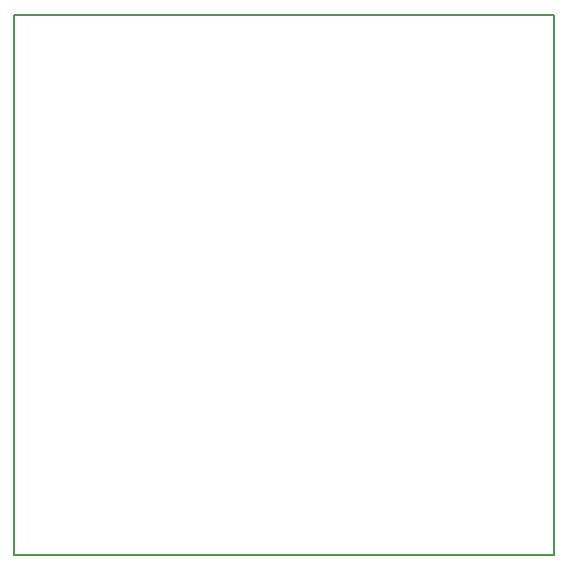
<source format=gko>
G04 #@! TF.FileFunction,Profile,NP*
%FSLAX46Y46*%
G04 Gerber Fmt 4.6, Leading zero omitted, Abs format (unit mm)*
G04 Created by KiCad (PCBNEW 4.0.5) date 08/01/17 12:50:04*
%MOMM*%
%LPD*%
G01*
G04 APERTURE LIST*
%ADD10C,0.100000*%
%ADD11C,0.150000*%
G04 APERTURE END LIST*
D10*
D11*
X152400000Y-124460000D02*
X152400000Y-78740000D01*
X106680000Y-124460000D02*
X152400000Y-124460000D01*
X106680000Y-78740000D02*
X106680000Y-124460000D01*
X106680000Y-78740000D02*
X152400000Y-78740000D01*
M02*

</source>
